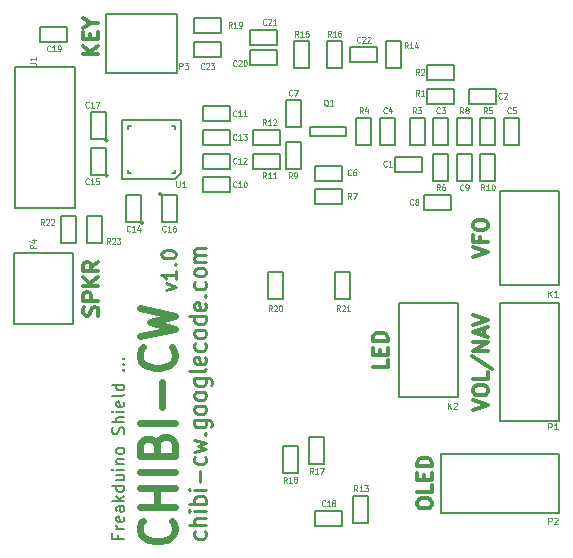
<source format=gto>
G04 (created by PCBNEW (2013-07-07 BZR 4022)-stable) date Tue 29 Oct 2013 08:55:39 AM NZDT*
%MOIN*%
G04 Gerber Fmt 3.4, Leading zero omitted, Abs format*
%FSLAX34Y34*%
G01*
G70*
G90*
G04 APERTURE LIST*
%ADD10C,0.00590551*%
%ADD11C,0.011811*%
%ADD12C,0.00984252*%
%ADD13C,0.023622*%
%ADD14C,0.005*%
%ADD15C,0.0059*%
%ADD16C,0.0079*%
%ADD17C,0.004*%
%ADD18C,0.0045*%
G04 APERTURE END LIST*
G54D10*
G54D11*
X13170Y-21680D02*
X13194Y-21608D01*
X13194Y-21489D01*
X13170Y-21442D01*
X13146Y-21418D01*
X13099Y-21394D01*
X13051Y-21394D01*
X13004Y-21418D01*
X12980Y-21442D01*
X12956Y-21489D01*
X12932Y-21585D01*
X12908Y-21632D01*
X12884Y-21656D01*
X12837Y-21680D01*
X12789Y-21680D01*
X12742Y-21656D01*
X12718Y-21632D01*
X12694Y-21585D01*
X12694Y-21465D01*
X12718Y-21394D01*
X13194Y-21180D02*
X12694Y-21180D01*
X12694Y-20989D01*
X12718Y-20942D01*
X12742Y-20918D01*
X12789Y-20894D01*
X12861Y-20894D01*
X12908Y-20918D01*
X12932Y-20942D01*
X12956Y-20989D01*
X12956Y-21180D01*
X13194Y-20680D02*
X12694Y-20680D01*
X13194Y-20394D02*
X12908Y-20608D01*
X12694Y-20394D02*
X12980Y-20680D01*
X13194Y-19894D02*
X12956Y-20061D01*
X13194Y-20180D02*
X12694Y-20180D01*
X12694Y-19989D01*
X12718Y-19942D01*
X12742Y-19918D01*
X12789Y-19894D01*
X12861Y-19894D01*
X12908Y-19918D01*
X12932Y-19942D01*
X12956Y-19989D01*
X12956Y-20180D01*
X13194Y-12973D02*
X12694Y-12973D01*
X13194Y-12687D02*
X12908Y-12901D01*
X12694Y-12687D02*
X12980Y-12973D01*
X12932Y-12473D02*
X12932Y-12306D01*
X13194Y-12234D02*
X13194Y-12473D01*
X12694Y-12473D01*
X12694Y-12234D01*
X12956Y-11925D02*
X13194Y-11925D01*
X12694Y-12092D02*
X12956Y-11925D01*
X12694Y-11758D01*
X23816Y-27989D02*
X23816Y-27894D01*
X23840Y-27847D01*
X23887Y-27799D01*
X23983Y-27775D01*
X24149Y-27775D01*
X24245Y-27799D01*
X24292Y-27847D01*
X24316Y-27894D01*
X24316Y-27989D01*
X24292Y-28037D01*
X24245Y-28085D01*
X24149Y-28109D01*
X23983Y-28109D01*
X23887Y-28085D01*
X23840Y-28037D01*
X23816Y-27989D01*
X24316Y-27323D02*
X24316Y-27561D01*
X23816Y-27561D01*
X24054Y-27156D02*
X24054Y-26989D01*
X24316Y-26918D02*
X24316Y-27156D01*
X23816Y-27156D01*
X23816Y-26918D01*
X24316Y-26704D02*
X23816Y-26704D01*
X23816Y-26585D01*
X23840Y-26513D01*
X23887Y-26466D01*
X23935Y-26442D01*
X24030Y-26418D01*
X24102Y-26418D01*
X24197Y-26442D01*
X24245Y-26466D01*
X24292Y-26513D01*
X24316Y-26585D01*
X24316Y-26704D01*
X22840Y-23156D02*
X22840Y-23394D01*
X22340Y-23394D01*
X22578Y-22989D02*
X22578Y-22822D01*
X22840Y-22751D02*
X22840Y-22989D01*
X22340Y-22989D01*
X22340Y-22751D01*
X22840Y-22537D02*
X22340Y-22537D01*
X22340Y-22417D01*
X22363Y-22346D01*
X22411Y-22298D01*
X22459Y-22275D01*
X22554Y-22251D01*
X22625Y-22251D01*
X22721Y-22275D01*
X22768Y-22298D01*
X22816Y-22346D01*
X22840Y-22417D01*
X22840Y-22537D01*
G54D10*
X13850Y-28987D02*
X13850Y-29118D01*
X14056Y-29118D02*
X13663Y-29118D01*
X13663Y-28931D01*
X14056Y-28781D02*
X13794Y-28781D01*
X13869Y-28781D02*
X13832Y-28762D01*
X13813Y-28743D01*
X13794Y-28706D01*
X13794Y-28668D01*
X14038Y-28387D02*
X14056Y-28425D01*
X14056Y-28500D01*
X14038Y-28537D01*
X14000Y-28556D01*
X13850Y-28556D01*
X13813Y-28537D01*
X13794Y-28500D01*
X13794Y-28425D01*
X13813Y-28387D01*
X13850Y-28368D01*
X13888Y-28368D01*
X13925Y-28556D01*
X14056Y-28031D02*
X13850Y-28031D01*
X13813Y-28050D01*
X13794Y-28087D01*
X13794Y-28162D01*
X13813Y-28200D01*
X14038Y-28031D02*
X14056Y-28068D01*
X14056Y-28162D01*
X14038Y-28200D01*
X14000Y-28218D01*
X13963Y-28218D01*
X13925Y-28200D01*
X13907Y-28162D01*
X13907Y-28068D01*
X13888Y-28031D01*
X14056Y-27844D02*
X13663Y-27844D01*
X13907Y-27806D02*
X14056Y-27694D01*
X13794Y-27694D02*
X13944Y-27844D01*
X14056Y-27356D02*
X13663Y-27356D01*
X14038Y-27356D02*
X14056Y-27394D01*
X14056Y-27469D01*
X14038Y-27506D01*
X14019Y-27525D01*
X13982Y-27544D01*
X13869Y-27544D01*
X13832Y-27525D01*
X13813Y-27506D01*
X13794Y-27469D01*
X13794Y-27394D01*
X13813Y-27356D01*
X13794Y-27000D02*
X14056Y-27000D01*
X13794Y-27169D02*
X14000Y-27169D01*
X14038Y-27150D01*
X14056Y-27112D01*
X14056Y-27056D01*
X14038Y-27019D01*
X14019Y-27000D01*
X14056Y-26812D02*
X13794Y-26812D01*
X13663Y-26812D02*
X13682Y-26831D01*
X13700Y-26812D01*
X13682Y-26794D01*
X13663Y-26812D01*
X13700Y-26812D01*
X13794Y-26625D02*
X14056Y-26625D01*
X13832Y-26625D02*
X13813Y-26606D01*
X13794Y-26569D01*
X13794Y-26512D01*
X13813Y-26475D01*
X13850Y-26456D01*
X14056Y-26456D01*
X14056Y-26212D02*
X14038Y-26250D01*
X14019Y-26269D01*
X13982Y-26287D01*
X13869Y-26287D01*
X13832Y-26269D01*
X13813Y-26250D01*
X13794Y-26212D01*
X13794Y-26156D01*
X13813Y-26119D01*
X13832Y-26100D01*
X13869Y-26081D01*
X13982Y-26081D01*
X14019Y-26100D01*
X14038Y-26119D01*
X14056Y-26156D01*
X14056Y-26212D01*
X14038Y-25631D02*
X14056Y-25575D01*
X14056Y-25481D01*
X14038Y-25444D01*
X14019Y-25425D01*
X13982Y-25406D01*
X13944Y-25406D01*
X13907Y-25425D01*
X13888Y-25444D01*
X13869Y-25481D01*
X13850Y-25556D01*
X13832Y-25594D01*
X13813Y-25613D01*
X13775Y-25631D01*
X13738Y-25631D01*
X13700Y-25613D01*
X13682Y-25594D01*
X13663Y-25556D01*
X13663Y-25463D01*
X13682Y-25406D01*
X14056Y-25238D02*
X13663Y-25238D01*
X14056Y-25069D02*
X13850Y-25069D01*
X13813Y-25088D01*
X13794Y-25125D01*
X13794Y-25181D01*
X13813Y-25219D01*
X13832Y-25238D01*
X14056Y-24881D02*
X13794Y-24881D01*
X13663Y-24881D02*
X13682Y-24900D01*
X13700Y-24881D01*
X13682Y-24863D01*
X13663Y-24881D01*
X13700Y-24881D01*
X14038Y-24544D02*
X14056Y-24581D01*
X14056Y-24656D01*
X14038Y-24694D01*
X14000Y-24713D01*
X13850Y-24713D01*
X13813Y-24694D01*
X13794Y-24656D01*
X13794Y-24581D01*
X13813Y-24544D01*
X13850Y-24525D01*
X13888Y-24525D01*
X13925Y-24713D01*
X14056Y-24300D02*
X14038Y-24338D01*
X14000Y-24356D01*
X13663Y-24356D01*
X14056Y-23982D02*
X13663Y-23982D01*
X14038Y-23982D02*
X14056Y-24019D01*
X14056Y-24094D01*
X14038Y-24131D01*
X14019Y-24150D01*
X13982Y-24169D01*
X13869Y-24169D01*
X13832Y-24150D01*
X13813Y-24131D01*
X13794Y-24094D01*
X13794Y-24019D01*
X13813Y-23982D01*
X14019Y-23494D02*
X14038Y-23475D01*
X14056Y-23494D01*
X14038Y-23513D01*
X14019Y-23494D01*
X14056Y-23494D01*
X14019Y-23307D02*
X14038Y-23288D01*
X14056Y-23307D01*
X14038Y-23325D01*
X14019Y-23307D01*
X14056Y-23307D01*
X14019Y-23119D02*
X14038Y-23100D01*
X14056Y-23119D01*
X14038Y-23138D01*
X14019Y-23119D01*
X14056Y-23119D01*
G54D12*
X15461Y-20832D02*
X15789Y-20719D01*
X15461Y-20607D01*
X15789Y-20179D02*
X15789Y-20449D01*
X15789Y-20314D02*
X15297Y-20314D01*
X15367Y-20359D01*
X15414Y-20404D01*
X15438Y-20449D01*
X15742Y-19977D02*
X15766Y-19955D01*
X15789Y-19977D01*
X15766Y-20000D01*
X15742Y-19977D01*
X15789Y-19977D01*
X15297Y-19662D02*
X15297Y-19617D01*
X15321Y-19572D01*
X15344Y-19550D01*
X15391Y-19527D01*
X15485Y-19505D01*
X15602Y-19505D01*
X15696Y-19527D01*
X15742Y-19550D01*
X15766Y-19572D01*
X15789Y-19617D01*
X15789Y-19662D01*
X15766Y-19707D01*
X15742Y-19730D01*
X15696Y-19752D01*
X15602Y-19775D01*
X15485Y-19775D01*
X15391Y-19752D01*
X15344Y-19730D01*
X15321Y-19707D01*
X15297Y-19662D01*
X16766Y-28871D02*
X16794Y-28920D01*
X16794Y-29017D01*
X16766Y-29066D01*
X16737Y-29090D01*
X16681Y-29115D01*
X16512Y-29115D01*
X16456Y-29090D01*
X16428Y-29066D01*
X16400Y-29017D01*
X16400Y-28920D01*
X16428Y-28871D01*
X16794Y-28652D02*
X16203Y-28652D01*
X16794Y-28432D02*
X16484Y-28432D01*
X16428Y-28457D01*
X16400Y-28505D01*
X16400Y-28578D01*
X16428Y-28627D01*
X16456Y-28652D01*
X16794Y-28188D02*
X16400Y-28188D01*
X16203Y-28188D02*
X16231Y-28213D01*
X16259Y-28188D01*
X16231Y-28164D01*
X16203Y-28188D01*
X16259Y-28188D01*
X16794Y-27945D02*
X16203Y-27945D01*
X16428Y-27945D02*
X16400Y-27896D01*
X16400Y-27799D01*
X16428Y-27750D01*
X16456Y-27725D01*
X16512Y-27701D01*
X16681Y-27701D01*
X16737Y-27725D01*
X16766Y-27750D01*
X16794Y-27799D01*
X16794Y-27896D01*
X16766Y-27945D01*
X16794Y-27482D02*
X16400Y-27482D01*
X16203Y-27482D02*
X16231Y-27506D01*
X16259Y-27482D01*
X16231Y-27457D01*
X16203Y-27482D01*
X16259Y-27482D01*
X16569Y-27238D02*
X16569Y-26848D01*
X16766Y-26385D02*
X16794Y-26434D01*
X16794Y-26531D01*
X16766Y-26580D01*
X16737Y-26604D01*
X16681Y-26629D01*
X16512Y-26629D01*
X16456Y-26604D01*
X16428Y-26580D01*
X16400Y-26531D01*
X16400Y-26434D01*
X16428Y-26385D01*
X16400Y-26214D02*
X16794Y-26117D01*
X16512Y-26019D01*
X16794Y-25922D01*
X16400Y-25824D01*
X16737Y-25629D02*
X16766Y-25605D01*
X16794Y-25629D01*
X16766Y-25654D01*
X16737Y-25629D01*
X16794Y-25629D01*
X16400Y-25166D02*
X16878Y-25166D01*
X16934Y-25191D01*
X16962Y-25215D01*
X16991Y-25264D01*
X16991Y-25337D01*
X16962Y-25386D01*
X16766Y-25166D02*
X16794Y-25215D01*
X16794Y-25313D01*
X16766Y-25361D01*
X16737Y-25386D01*
X16681Y-25410D01*
X16512Y-25410D01*
X16456Y-25386D01*
X16428Y-25361D01*
X16400Y-25313D01*
X16400Y-25215D01*
X16428Y-25166D01*
X16794Y-24850D02*
X16766Y-24898D01*
X16737Y-24923D01*
X16681Y-24947D01*
X16512Y-24947D01*
X16456Y-24923D01*
X16428Y-24898D01*
X16400Y-24850D01*
X16400Y-24776D01*
X16428Y-24728D01*
X16456Y-24703D01*
X16512Y-24679D01*
X16681Y-24679D01*
X16737Y-24703D01*
X16766Y-24728D01*
X16794Y-24776D01*
X16794Y-24850D01*
X16794Y-24386D02*
X16766Y-24435D01*
X16737Y-24460D01*
X16681Y-24484D01*
X16512Y-24484D01*
X16456Y-24460D01*
X16428Y-24435D01*
X16400Y-24386D01*
X16400Y-24313D01*
X16428Y-24265D01*
X16456Y-24240D01*
X16512Y-24216D01*
X16681Y-24216D01*
X16737Y-24240D01*
X16766Y-24265D01*
X16794Y-24313D01*
X16794Y-24386D01*
X16400Y-23777D02*
X16878Y-23777D01*
X16934Y-23802D01*
X16962Y-23826D01*
X16991Y-23875D01*
X16991Y-23948D01*
X16962Y-23997D01*
X16766Y-23777D02*
X16794Y-23826D01*
X16794Y-23923D01*
X16766Y-23972D01*
X16737Y-23997D01*
X16681Y-24021D01*
X16512Y-24021D01*
X16456Y-23997D01*
X16428Y-23972D01*
X16400Y-23923D01*
X16400Y-23826D01*
X16428Y-23777D01*
X16794Y-23460D02*
X16766Y-23509D01*
X16709Y-23533D01*
X16203Y-23533D01*
X16766Y-23070D02*
X16794Y-23119D01*
X16794Y-23217D01*
X16766Y-23265D01*
X16709Y-23290D01*
X16484Y-23290D01*
X16428Y-23265D01*
X16400Y-23217D01*
X16400Y-23119D01*
X16428Y-23070D01*
X16484Y-23046D01*
X16541Y-23046D01*
X16597Y-23290D01*
X16766Y-22607D02*
X16794Y-22656D01*
X16794Y-22754D01*
X16766Y-22802D01*
X16737Y-22827D01*
X16681Y-22851D01*
X16512Y-22851D01*
X16456Y-22827D01*
X16428Y-22802D01*
X16400Y-22754D01*
X16400Y-22656D01*
X16428Y-22607D01*
X16794Y-22315D02*
X16766Y-22364D01*
X16737Y-22388D01*
X16681Y-22412D01*
X16512Y-22412D01*
X16456Y-22388D01*
X16428Y-22364D01*
X16400Y-22315D01*
X16400Y-22242D01*
X16428Y-22193D01*
X16456Y-22169D01*
X16512Y-22144D01*
X16681Y-22144D01*
X16737Y-22169D01*
X16766Y-22193D01*
X16794Y-22242D01*
X16794Y-22315D01*
X16794Y-21706D02*
X16203Y-21706D01*
X16766Y-21706D02*
X16794Y-21754D01*
X16794Y-21852D01*
X16766Y-21901D01*
X16737Y-21925D01*
X16681Y-21949D01*
X16512Y-21949D01*
X16456Y-21925D01*
X16428Y-21901D01*
X16400Y-21852D01*
X16400Y-21754D01*
X16428Y-21706D01*
X16766Y-21267D02*
X16794Y-21316D01*
X16794Y-21413D01*
X16766Y-21462D01*
X16709Y-21486D01*
X16484Y-21486D01*
X16428Y-21462D01*
X16400Y-21413D01*
X16400Y-21316D01*
X16428Y-21267D01*
X16484Y-21242D01*
X16541Y-21242D01*
X16597Y-21486D01*
X16737Y-21023D02*
X16766Y-20999D01*
X16794Y-21023D01*
X16766Y-21047D01*
X16737Y-21023D01*
X16794Y-21023D01*
X16766Y-20560D02*
X16794Y-20609D01*
X16794Y-20706D01*
X16766Y-20755D01*
X16737Y-20779D01*
X16681Y-20804D01*
X16512Y-20804D01*
X16456Y-20779D01*
X16428Y-20755D01*
X16400Y-20706D01*
X16400Y-20609D01*
X16428Y-20560D01*
X16794Y-20268D02*
X16766Y-20316D01*
X16737Y-20341D01*
X16681Y-20365D01*
X16512Y-20365D01*
X16456Y-20341D01*
X16428Y-20316D01*
X16400Y-20268D01*
X16400Y-20194D01*
X16428Y-20146D01*
X16456Y-20121D01*
X16512Y-20097D01*
X16681Y-20097D01*
X16737Y-20121D01*
X16766Y-20146D01*
X16794Y-20194D01*
X16794Y-20268D01*
X16794Y-19878D02*
X16400Y-19878D01*
X16456Y-19878D02*
X16428Y-19853D01*
X16400Y-19805D01*
X16400Y-19731D01*
X16428Y-19683D01*
X16484Y-19658D01*
X16794Y-19658D01*
X16484Y-19658D02*
X16428Y-19634D01*
X16400Y-19585D01*
X16400Y-19512D01*
X16428Y-19463D01*
X16484Y-19439D01*
X16794Y-19439D01*
G54D13*
X15641Y-28517D02*
X15697Y-28569D01*
X15753Y-28727D01*
X15753Y-28832D01*
X15697Y-28989D01*
X15584Y-29094D01*
X15472Y-29146D01*
X15247Y-29199D01*
X15078Y-29199D01*
X14853Y-29146D01*
X14741Y-29094D01*
X14628Y-28989D01*
X14572Y-28832D01*
X14572Y-28727D01*
X14628Y-28569D01*
X14685Y-28517D01*
X15753Y-28044D02*
X14572Y-28044D01*
X15134Y-28044D02*
X15134Y-27414D01*
X15753Y-27414D02*
X14572Y-27414D01*
X15753Y-26889D02*
X14572Y-26889D01*
X15134Y-25997D02*
X15191Y-25839D01*
X15247Y-25787D01*
X15359Y-25734D01*
X15528Y-25734D01*
X15641Y-25787D01*
X15697Y-25839D01*
X15753Y-25944D01*
X15753Y-26364D01*
X14572Y-26364D01*
X14572Y-25997D01*
X14628Y-25892D01*
X14685Y-25839D01*
X14797Y-25787D01*
X14910Y-25787D01*
X15022Y-25839D01*
X15078Y-25892D01*
X15134Y-25997D01*
X15134Y-26364D01*
X15753Y-25262D02*
X14572Y-25262D01*
X15303Y-24737D02*
X15303Y-23897D01*
X15641Y-22742D02*
X15697Y-22795D01*
X15753Y-22952D01*
X15753Y-23057D01*
X15697Y-23215D01*
X15584Y-23320D01*
X15472Y-23372D01*
X15247Y-23425D01*
X15078Y-23425D01*
X14853Y-23372D01*
X14741Y-23320D01*
X14628Y-23215D01*
X14572Y-23057D01*
X14572Y-22952D01*
X14628Y-22795D01*
X14685Y-22742D01*
X14572Y-22375D02*
X15753Y-22112D01*
X14910Y-21902D01*
X15753Y-21692D01*
X14572Y-21430D01*
G54D11*
X25686Y-19737D02*
X26186Y-19570D01*
X25686Y-19404D01*
X25924Y-19070D02*
X25924Y-19237D01*
X26186Y-19237D02*
X25686Y-19237D01*
X25686Y-18999D01*
X25686Y-18713D02*
X25686Y-18618D01*
X25710Y-18570D01*
X25758Y-18523D01*
X25853Y-18499D01*
X26019Y-18499D01*
X26115Y-18523D01*
X26162Y-18570D01*
X26186Y-18618D01*
X26186Y-18713D01*
X26162Y-18761D01*
X26115Y-18808D01*
X26019Y-18832D01*
X25853Y-18832D01*
X25758Y-18808D01*
X25710Y-18761D01*
X25686Y-18713D01*
X25686Y-24811D02*
X26186Y-24645D01*
X25686Y-24478D01*
X25686Y-24216D02*
X25686Y-24121D01*
X25710Y-24073D01*
X25758Y-24025D01*
X25853Y-24002D01*
X26019Y-24002D01*
X26115Y-24025D01*
X26162Y-24073D01*
X26186Y-24121D01*
X26186Y-24216D01*
X26162Y-24264D01*
X26115Y-24311D01*
X26019Y-24335D01*
X25853Y-24335D01*
X25758Y-24311D01*
X25710Y-24264D01*
X25686Y-24216D01*
X26186Y-23549D02*
X26186Y-23787D01*
X25686Y-23787D01*
X25662Y-23025D02*
X26305Y-23454D01*
X26186Y-22859D02*
X25686Y-22859D01*
X26186Y-22573D01*
X25686Y-22573D01*
X26043Y-22359D02*
X26043Y-22121D01*
X26186Y-22406D02*
X25686Y-22240D01*
X26186Y-22073D01*
X25686Y-21978D02*
X26186Y-21811D01*
X25686Y-21645D01*
G54D14*
X12365Y-19606D02*
X12365Y-21968D01*
X10397Y-19606D02*
X10397Y-21968D01*
X12365Y-21968D02*
X10397Y-21968D01*
X10397Y-19606D02*
X12365Y-19606D01*
X26573Y-25180D02*
X28541Y-25180D01*
X28544Y-21262D02*
X28544Y-25182D01*
X26574Y-25182D02*
X26574Y-21262D01*
X26575Y-21260D02*
X28543Y-21260D01*
X12401Y-13386D02*
X12401Y-18110D01*
X12401Y-18110D02*
X10433Y-18110D01*
X10433Y-18110D02*
X10433Y-13386D01*
X10433Y-13386D02*
X12401Y-13386D01*
X20266Y-15401D02*
X21466Y-15401D01*
X21466Y-15401D02*
X21466Y-15701D01*
X21466Y-15701D02*
X20266Y-15701D01*
X20266Y-15701D02*
X20266Y-15401D01*
X21316Y-17966D02*
X20416Y-17966D01*
X20416Y-17966D02*
X20416Y-17466D01*
X20416Y-17466D02*
X21316Y-17466D01*
X21316Y-17466D02*
X21316Y-17966D01*
X24057Y-17663D02*
X24957Y-17663D01*
X24957Y-17663D02*
X24957Y-18163D01*
X24957Y-18163D02*
X24057Y-18163D01*
X24057Y-18163D02*
X24057Y-17663D01*
X19249Y-15998D02*
X18349Y-15998D01*
X18349Y-15998D02*
X18349Y-15498D01*
X18349Y-15498D02*
X19249Y-15498D01*
X19249Y-15498D02*
X19249Y-15998D01*
X19249Y-16785D02*
X18349Y-16785D01*
X18349Y-16785D02*
X18349Y-16285D01*
X18349Y-16285D02*
X19249Y-16285D01*
X19249Y-16285D02*
X19249Y-16785D01*
X17575Y-15998D02*
X16675Y-15998D01*
X16675Y-15998D02*
X16675Y-15498D01*
X16675Y-15498D02*
X17575Y-15498D01*
X17575Y-15498D02*
X17575Y-15998D01*
X17575Y-15210D02*
X16675Y-15210D01*
X16675Y-15210D02*
X16675Y-14710D01*
X16675Y-14710D02*
X17575Y-14710D01*
X17575Y-14710D02*
X17575Y-15210D01*
X17575Y-16785D02*
X16675Y-16785D01*
X16675Y-16785D02*
X16675Y-16285D01*
X16675Y-16285D02*
X17575Y-16285D01*
X17575Y-16285D02*
X17575Y-16785D01*
X24068Y-15101D02*
X24068Y-16001D01*
X24068Y-16001D02*
X23568Y-16001D01*
X23568Y-16001D02*
X23568Y-15101D01*
X23568Y-15101D02*
X24068Y-15101D01*
X24856Y-15101D02*
X24856Y-16001D01*
X24856Y-16001D02*
X24356Y-16001D01*
X24356Y-16001D02*
X24356Y-15101D01*
X24356Y-15101D02*
X24856Y-15101D01*
X17575Y-17572D02*
X16675Y-17572D01*
X16675Y-17572D02*
X16675Y-17072D01*
X16675Y-17072D02*
X17575Y-17072D01*
X17575Y-17072D02*
X17575Y-17572D01*
X24856Y-16282D02*
X24856Y-17182D01*
X24856Y-17182D02*
X24356Y-17182D01*
X24356Y-17182D02*
X24356Y-16282D01*
X24356Y-16282D02*
X24856Y-16282D01*
X24156Y-13332D02*
X25056Y-13332D01*
X25056Y-13332D02*
X25056Y-13832D01*
X25056Y-13832D02*
X24156Y-13832D01*
X24156Y-13832D02*
X24156Y-13332D01*
X19435Y-15410D02*
X19435Y-14510D01*
X19435Y-14510D02*
X19935Y-14510D01*
X19935Y-14510D02*
X19935Y-15410D01*
X19935Y-15410D02*
X19435Y-15410D01*
X19935Y-15888D02*
X19935Y-16788D01*
X19935Y-16788D02*
X19435Y-16788D01*
X19435Y-16788D02*
X19435Y-15888D01*
X19435Y-15888D02*
X19935Y-15888D01*
X21316Y-17179D02*
X20416Y-17179D01*
X20416Y-17179D02*
X20416Y-16679D01*
X20416Y-16679D02*
X21316Y-16679D01*
X21316Y-16679D02*
X21316Y-17179D01*
X23084Y-15101D02*
X23084Y-16001D01*
X23084Y-16001D02*
X22584Y-16001D01*
X22584Y-16001D02*
X22584Y-15101D01*
X22584Y-15101D02*
X23084Y-15101D01*
X22297Y-15101D02*
X22297Y-16001D01*
X22297Y-16001D02*
X21797Y-16001D01*
X21797Y-16001D02*
X21797Y-15101D01*
X21797Y-15101D02*
X22297Y-15101D01*
X25931Y-17182D02*
X25931Y-16282D01*
X25931Y-16282D02*
X26431Y-16282D01*
X26431Y-16282D02*
X26431Y-17182D01*
X26431Y-17182D02*
X25931Y-17182D01*
X23973Y-16883D02*
X23073Y-16883D01*
X23073Y-16883D02*
X23073Y-16383D01*
X23073Y-16383D02*
X23973Y-16383D01*
X23973Y-16383D02*
X23973Y-16883D01*
X25143Y-17182D02*
X25143Y-16282D01*
X25143Y-16282D02*
X25643Y-16282D01*
X25643Y-16282D02*
X25643Y-17182D01*
X25643Y-17182D02*
X25143Y-17182D01*
X25643Y-15101D02*
X25643Y-16001D01*
X25643Y-16001D02*
X25143Y-16001D01*
X25143Y-16001D02*
X25143Y-15101D01*
X25143Y-15101D02*
X25643Y-15101D01*
X26431Y-15101D02*
X26431Y-16001D01*
X26431Y-16001D02*
X25931Y-16001D01*
X25931Y-16001D02*
X25931Y-15101D01*
X25931Y-15101D02*
X26431Y-15101D01*
X25534Y-14120D02*
X26434Y-14120D01*
X26434Y-14120D02*
X26434Y-14620D01*
X26434Y-14620D02*
X25534Y-14620D01*
X25534Y-14620D02*
X25534Y-14120D01*
X27218Y-15101D02*
X27218Y-16001D01*
X27218Y-16001D02*
X26718Y-16001D01*
X26718Y-16001D02*
X26718Y-15101D01*
X26718Y-15101D02*
X27218Y-15101D01*
X24156Y-14120D02*
X25056Y-14120D01*
X25056Y-14120D02*
X25056Y-14620D01*
X25056Y-14620D02*
X24156Y-14620D01*
X24156Y-14620D02*
X24156Y-14120D01*
X15314Y-17627D02*
G75*
G03X15314Y-17627I-49J0D01*
G74*
G01*
X15801Y-17660D02*
X15801Y-18560D01*
X15801Y-18560D02*
X15301Y-18560D01*
X15301Y-18560D02*
X15301Y-17660D01*
X15301Y-17660D02*
X15801Y-17660D01*
X14704Y-18592D02*
G75*
G03X14704Y-18592I-49J0D01*
G74*
G01*
X14120Y-18560D02*
X14120Y-17660D01*
X14120Y-17660D02*
X14620Y-17660D01*
X14620Y-17660D02*
X14620Y-18560D01*
X14620Y-18560D02*
X14120Y-18560D01*
X13523Y-17017D02*
G75*
G03X13523Y-17017I-49J0D01*
G74*
G01*
X12938Y-16985D02*
X12938Y-16085D01*
X12938Y-16085D02*
X13438Y-16085D01*
X13438Y-16085D02*
X13438Y-16985D01*
X13438Y-16985D02*
X12938Y-16985D01*
X13523Y-15836D02*
G75*
G03X13523Y-15836I-49J0D01*
G74*
G01*
X12938Y-15804D02*
X12938Y-14904D01*
X12938Y-14904D02*
X13438Y-14904D01*
X13438Y-14904D02*
X13438Y-15804D01*
X13438Y-15804D02*
X12938Y-15804D01*
X20416Y-28194D02*
X21316Y-28194D01*
X21316Y-28194D02*
X21316Y-28694D01*
X21316Y-28694D02*
X20416Y-28694D01*
X20416Y-28694D02*
X20416Y-28194D01*
X21698Y-28599D02*
X21698Y-27699D01*
X21698Y-27699D02*
X22198Y-27699D01*
X22198Y-27699D02*
X22198Y-28599D01*
X22198Y-28599D02*
X21698Y-28599D01*
X12162Y-12553D02*
X11262Y-12553D01*
X11262Y-12553D02*
X11262Y-12053D01*
X11262Y-12053D02*
X12162Y-12053D01*
X12162Y-12053D02*
X12162Y-12553D01*
X20230Y-12542D02*
X20230Y-13442D01*
X20230Y-13442D02*
X19730Y-13442D01*
X19730Y-13442D02*
X19730Y-12542D01*
X19730Y-12542D02*
X20230Y-12542D01*
X23281Y-12542D02*
X23281Y-13442D01*
X23281Y-13442D02*
X22781Y-13442D01*
X22781Y-13442D02*
X22781Y-12542D01*
X22781Y-12542D02*
X23281Y-12542D01*
X21312Y-12542D02*
X21312Y-13442D01*
X21312Y-13442D02*
X20812Y-13442D01*
X20812Y-13442D02*
X20812Y-12542D01*
X20812Y-12542D02*
X21312Y-12542D01*
X21597Y-12742D02*
X22497Y-12742D01*
X22497Y-12742D02*
X22497Y-13242D01*
X22497Y-13242D02*
X21597Y-13242D01*
X21597Y-13242D02*
X21597Y-12742D01*
X18250Y-12151D02*
X19150Y-12151D01*
X19150Y-12151D02*
X19150Y-12651D01*
X19150Y-12651D02*
X18250Y-12651D01*
X18250Y-12651D02*
X18250Y-12151D01*
X18250Y-12840D02*
X19150Y-12840D01*
X19150Y-12840D02*
X19150Y-13340D01*
X19150Y-13340D02*
X18250Y-13340D01*
X18250Y-13340D02*
X18250Y-12840D01*
X19836Y-26026D02*
X19836Y-26926D01*
X19836Y-26926D02*
X19336Y-26926D01*
X19336Y-26926D02*
X19336Y-26026D01*
X19336Y-26026D02*
X19836Y-26026D01*
X20722Y-25731D02*
X20722Y-26631D01*
X20722Y-26631D02*
X20222Y-26631D01*
X20222Y-26631D02*
X20222Y-25731D01*
X20222Y-25731D02*
X20722Y-25731D01*
X19344Y-20219D02*
X19344Y-21119D01*
X19344Y-21119D02*
X18844Y-21119D01*
X18844Y-21119D02*
X18844Y-20219D01*
X18844Y-20219D02*
X19344Y-20219D01*
X21588Y-20219D02*
X21588Y-21119D01*
X21588Y-21119D02*
X21088Y-21119D01*
X21088Y-21119D02*
X21088Y-20219D01*
X21088Y-20219D02*
X21588Y-20219D01*
X17280Y-12257D02*
X16380Y-12257D01*
X16380Y-12257D02*
X16380Y-11757D01*
X16380Y-11757D02*
X17280Y-11757D01*
X17280Y-11757D02*
X17280Y-12257D01*
X16380Y-12545D02*
X17280Y-12545D01*
X17280Y-12545D02*
X17280Y-13045D01*
X17280Y-13045D02*
X16380Y-13045D01*
X16380Y-13045D02*
X16380Y-12545D01*
X24623Y-26277D02*
X24623Y-28245D01*
X28541Y-28248D02*
X24621Y-28248D01*
X24621Y-26278D02*
X28541Y-26278D01*
X28543Y-26279D02*
X28543Y-28247D01*
X15826Y-13585D02*
X13464Y-13585D01*
X15826Y-11617D02*
X13464Y-11617D01*
X13464Y-13585D02*
X13464Y-11617D01*
X15826Y-11617D02*
X15826Y-13585D01*
G54D15*
X15744Y-17121D02*
X13980Y-17121D01*
X15940Y-16925D02*
X15940Y-15161D01*
X15940Y-16925D02*
X15744Y-17121D01*
G54D16*
X15744Y-16827D02*
X15744Y-16925D01*
X15744Y-16925D02*
X15646Y-16925D01*
X15646Y-15357D02*
X15744Y-15357D01*
X15744Y-15357D02*
X15744Y-15455D01*
X14176Y-15455D02*
X14176Y-15357D01*
X14176Y-15357D02*
X14274Y-15357D01*
X14274Y-16925D02*
X14176Y-16925D01*
X14176Y-16925D02*
X14176Y-16827D01*
G54D15*
X13980Y-15161D02*
X15940Y-15161D01*
X13980Y-17121D02*
X13980Y-15161D01*
G54D14*
X12454Y-18368D02*
X12454Y-19268D01*
X12454Y-19268D02*
X11954Y-19268D01*
X11954Y-19268D02*
X11954Y-18368D01*
X11954Y-18368D02*
X12454Y-18368D01*
X13320Y-18368D02*
X13320Y-19268D01*
X13320Y-19268D02*
X12820Y-19268D01*
X12820Y-19268D02*
X12820Y-18368D01*
X12820Y-18368D02*
X13320Y-18368D01*
X26575Y-17519D02*
X26575Y-20669D01*
X28543Y-20669D02*
X28543Y-17519D01*
X26575Y-17519D02*
X28543Y-17519D01*
X28543Y-20668D02*
X26575Y-20668D01*
X23228Y-21259D02*
X23228Y-24409D01*
X25196Y-24409D02*
X25196Y-21259D01*
X23228Y-21259D02*
X25196Y-21259D01*
X25196Y-24408D02*
X23228Y-24408D01*
G54D17*
X11104Y-19438D02*
X10904Y-19438D01*
X10904Y-19362D01*
X10914Y-19343D01*
X10923Y-19334D01*
X10942Y-19324D01*
X10971Y-19324D01*
X10990Y-19334D01*
X10999Y-19343D01*
X11009Y-19362D01*
X11009Y-19438D01*
X10971Y-19153D02*
X11104Y-19153D01*
X10895Y-19200D02*
X11037Y-19248D01*
X11037Y-19124D01*
X28198Y-25474D02*
X28198Y-25274D01*
X28275Y-25274D01*
X28294Y-25284D01*
X28303Y-25293D01*
X28313Y-25312D01*
X28313Y-25341D01*
X28303Y-25360D01*
X28294Y-25369D01*
X28275Y-25379D01*
X28198Y-25379D01*
X28503Y-25474D02*
X28389Y-25474D01*
X28446Y-25474D02*
X28446Y-25274D01*
X28427Y-25303D01*
X28408Y-25322D01*
X28389Y-25331D01*
X10904Y-13248D02*
X11047Y-13248D01*
X11076Y-13257D01*
X11095Y-13274D01*
X11104Y-13300D01*
X11104Y-13317D01*
X11104Y-13068D02*
X11104Y-13171D01*
X11104Y-13120D02*
X10904Y-13120D01*
X10933Y-13137D01*
X10952Y-13154D01*
X10961Y-13171D01*
X20847Y-14701D02*
X20828Y-14691D01*
X20808Y-14672D01*
X20780Y-14644D01*
X20761Y-14634D01*
X20742Y-14634D01*
X20751Y-14682D02*
X20732Y-14672D01*
X20713Y-14653D01*
X20704Y-14615D01*
X20704Y-14548D01*
X20713Y-14510D01*
X20732Y-14491D01*
X20751Y-14482D01*
X20789Y-14482D01*
X20808Y-14491D01*
X20828Y-14510D01*
X20837Y-14548D01*
X20837Y-14615D01*
X20828Y-14653D01*
X20808Y-14672D01*
X20789Y-14682D01*
X20751Y-14682D01*
X21028Y-14682D02*
X20913Y-14682D01*
X20970Y-14682D02*
X20970Y-14482D01*
X20951Y-14510D01*
X20932Y-14529D01*
X20913Y-14539D01*
G54D18*
X21623Y-17797D02*
X21563Y-17702D01*
X21520Y-17797D02*
X21520Y-17597D01*
X21589Y-17597D01*
X21606Y-17607D01*
X21614Y-17616D01*
X21623Y-17635D01*
X21623Y-17664D01*
X21614Y-17683D01*
X21606Y-17692D01*
X21589Y-17702D01*
X21520Y-17702D01*
X21683Y-17597D02*
X21803Y-17597D01*
X21726Y-17797D01*
X23690Y-17975D02*
X23681Y-17984D01*
X23656Y-17994D01*
X23639Y-17994D01*
X23613Y-17984D01*
X23596Y-17965D01*
X23587Y-17946D01*
X23579Y-17908D01*
X23579Y-17880D01*
X23587Y-17841D01*
X23596Y-17822D01*
X23613Y-17803D01*
X23639Y-17794D01*
X23656Y-17794D01*
X23681Y-17803D01*
X23690Y-17813D01*
X23793Y-17880D02*
X23776Y-17870D01*
X23767Y-17861D01*
X23759Y-17841D01*
X23759Y-17832D01*
X23767Y-17813D01*
X23776Y-17803D01*
X23793Y-17794D01*
X23827Y-17794D01*
X23844Y-17803D01*
X23853Y-17813D01*
X23861Y-17832D01*
X23861Y-17841D01*
X23853Y-17861D01*
X23844Y-17870D01*
X23827Y-17880D01*
X23793Y-17880D01*
X23776Y-17889D01*
X23767Y-17899D01*
X23759Y-17918D01*
X23759Y-17956D01*
X23767Y-17975D01*
X23776Y-17984D01*
X23793Y-17994D01*
X23827Y-17994D01*
X23844Y-17984D01*
X23853Y-17975D01*
X23861Y-17956D01*
X23861Y-17918D01*
X23853Y-17899D01*
X23844Y-17889D01*
X23827Y-17880D01*
X18781Y-15336D02*
X18721Y-15241D01*
X18679Y-15336D02*
X18679Y-15136D01*
X18747Y-15136D01*
X18764Y-15146D01*
X18773Y-15155D01*
X18781Y-15174D01*
X18781Y-15203D01*
X18773Y-15222D01*
X18764Y-15232D01*
X18747Y-15241D01*
X18679Y-15241D01*
X18953Y-15336D02*
X18850Y-15336D01*
X18901Y-15336D02*
X18901Y-15136D01*
X18884Y-15165D01*
X18867Y-15184D01*
X18850Y-15194D01*
X19021Y-15155D02*
X19030Y-15146D01*
X19047Y-15136D01*
X19090Y-15136D01*
X19107Y-15146D01*
X19116Y-15155D01*
X19124Y-15174D01*
X19124Y-15194D01*
X19116Y-15222D01*
X19013Y-15336D01*
X19124Y-15336D01*
X18781Y-17108D02*
X18721Y-17013D01*
X18679Y-17108D02*
X18679Y-16908D01*
X18747Y-16908D01*
X18764Y-16918D01*
X18773Y-16927D01*
X18781Y-16946D01*
X18781Y-16975D01*
X18773Y-16994D01*
X18764Y-17003D01*
X18747Y-17013D01*
X18679Y-17013D01*
X18953Y-17108D02*
X18850Y-17108D01*
X18901Y-17108D02*
X18901Y-16908D01*
X18884Y-16937D01*
X18867Y-16956D01*
X18850Y-16965D01*
X19124Y-17108D02*
X19021Y-17108D01*
X19073Y-17108D02*
X19073Y-16908D01*
X19056Y-16937D01*
X19039Y-16956D01*
X19021Y-16965D01*
X17797Y-15809D02*
X17789Y-15819D01*
X17763Y-15828D01*
X17746Y-15828D01*
X17720Y-15819D01*
X17703Y-15800D01*
X17694Y-15781D01*
X17686Y-15743D01*
X17686Y-15714D01*
X17694Y-15676D01*
X17703Y-15657D01*
X17720Y-15638D01*
X17746Y-15628D01*
X17763Y-15628D01*
X17789Y-15638D01*
X17797Y-15648D01*
X17969Y-15828D02*
X17866Y-15828D01*
X17917Y-15828D02*
X17917Y-15628D01*
X17900Y-15657D01*
X17883Y-15676D01*
X17866Y-15686D01*
X18029Y-15628D02*
X18140Y-15628D01*
X18080Y-15705D01*
X18106Y-15705D01*
X18123Y-15714D01*
X18131Y-15724D01*
X18140Y-15743D01*
X18140Y-15790D01*
X18131Y-15809D01*
X18123Y-15819D01*
X18106Y-15828D01*
X18054Y-15828D01*
X18037Y-15819D01*
X18029Y-15809D01*
X17797Y-15022D02*
X17789Y-15032D01*
X17763Y-15041D01*
X17746Y-15041D01*
X17720Y-15032D01*
X17703Y-15013D01*
X17694Y-14993D01*
X17686Y-14955D01*
X17686Y-14927D01*
X17694Y-14889D01*
X17703Y-14870D01*
X17720Y-14851D01*
X17746Y-14841D01*
X17763Y-14841D01*
X17789Y-14851D01*
X17797Y-14860D01*
X17969Y-15041D02*
X17866Y-15041D01*
X17917Y-15041D02*
X17917Y-14841D01*
X17900Y-14870D01*
X17883Y-14889D01*
X17866Y-14898D01*
X18140Y-15041D02*
X18037Y-15041D01*
X18089Y-15041D02*
X18089Y-14841D01*
X18071Y-14870D01*
X18054Y-14889D01*
X18037Y-14898D01*
X17797Y-16597D02*
X17789Y-16606D01*
X17763Y-16616D01*
X17746Y-16616D01*
X17720Y-16606D01*
X17703Y-16587D01*
X17694Y-16568D01*
X17686Y-16530D01*
X17686Y-16502D01*
X17694Y-16464D01*
X17703Y-16444D01*
X17720Y-16425D01*
X17746Y-16416D01*
X17763Y-16416D01*
X17789Y-16425D01*
X17797Y-16435D01*
X17969Y-16616D02*
X17866Y-16616D01*
X17917Y-16616D02*
X17917Y-16416D01*
X17900Y-16444D01*
X17883Y-16464D01*
X17866Y-16473D01*
X18037Y-16435D02*
X18046Y-16425D01*
X18063Y-16416D01*
X18106Y-16416D01*
X18123Y-16425D01*
X18131Y-16435D01*
X18140Y-16454D01*
X18140Y-16473D01*
X18131Y-16502D01*
X18029Y-16616D01*
X18140Y-16616D01*
X23788Y-14943D02*
X23728Y-14847D01*
X23686Y-14943D02*
X23686Y-14743D01*
X23754Y-14743D01*
X23771Y-14752D01*
X23780Y-14762D01*
X23788Y-14781D01*
X23788Y-14809D01*
X23780Y-14828D01*
X23771Y-14838D01*
X23754Y-14847D01*
X23686Y-14847D01*
X23848Y-14743D02*
X23960Y-14743D01*
X23900Y-14819D01*
X23926Y-14819D01*
X23943Y-14828D01*
X23951Y-14838D01*
X23960Y-14857D01*
X23960Y-14905D01*
X23951Y-14924D01*
X23943Y-14933D01*
X23926Y-14943D01*
X23874Y-14943D01*
X23857Y-14933D01*
X23848Y-14924D01*
X24576Y-14924D02*
X24567Y-14933D01*
X24542Y-14943D01*
X24524Y-14943D01*
X24499Y-14933D01*
X24482Y-14914D01*
X24473Y-14895D01*
X24464Y-14857D01*
X24464Y-14828D01*
X24473Y-14790D01*
X24482Y-14771D01*
X24499Y-14752D01*
X24524Y-14743D01*
X24542Y-14743D01*
X24567Y-14752D01*
X24576Y-14762D01*
X24636Y-14743D02*
X24747Y-14743D01*
X24687Y-14819D01*
X24713Y-14819D01*
X24730Y-14828D01*
X24739Y-14838D01*
X24747Y-14857D01*
X24747Y-14905D01*
X24739Y-14924D01*
X24730Y-14933D01*
X24713Y-14943D01*
X24662Y-14943D01*
X24644Y-14933D01*
X24636Y-14924D01*
X17797Y-17384D02*
X17789Y-17394D01*
X17763Y-17403D01*
X17746Y-17403D01*
X17720Y-17394D01*
X17703Y-17375D01*
X17694Y-17356D01*
X17686Y-17318D01*
X17686Y-17289D01*
X17694Y-17251D01*
X17703Y-17232D01*
X17720Y-17213D01*
X17746Y-17203D01*
X17763Y-17203D01*
X17789Y-17213D01*
X17797Y-17222D01*
X17969Y-17403D02*
X17866Y-17403D01*
X17917Y-17403D02*
X17917Y-17203D01*
X17900Y-17232D01*
X17883Y-17251D01*
X17866Y-17260D01*
X18080Y-17203D02*
X18097Y-17203D01*
X18114Y-17213D01*
X18123Y-17222D01*
X18131Y-17241D01*
X18140Y-17279D01*
X18140Y-17327D01*
X18131Y-17365D01*
X18123Y-17384D01*
X18114Y-17394D01*
X18097Y-17403D01*
X18080Y-17403D01*
X18063Y-17394D01*
X18054Y-17384D01*
X18046Y-17365D01*
X18037Y-17327D01*
X18037Y-17279D01*
X18046Y-17241D01*
X18054Y-17222D01*
X18063Y-17213D01*
X18080Y-17203D01*
X24576Y-17502D02*
X24516Y-17406D01*
X24473Y-17502D02*
X24473Y-17302D01*
X24542Y-17302D01*
X24559Y-17311D01*
X24567Y-17321D01*
X24576Y-17340D01*
X24576Y-17368D01*
X24567Y-17387D01*
X24559Y-17397D01*
X24542Y-17406D01*
X24473Y-17406D01*
X24730Y-17302D02*
X24696Y-17302D01*
X24679Y-17311D01*
X24670Y-17321D01*
X24653Y-17349D01*
X24644Y-17387D01*
X24644Y-17464D01*
X24653Y-17483D01*
X24662Y-17492D01*
X24679Y-17502D01*
X24713Y-17502D01*
X24730Y-17492D01*
X24739Y-17483D01*
X24747Y-17464D01*
X24747Y-17416D01*
X24739Y-17397D01*
X24730Y-17387D01*
X24713Y-17378D01*
X24679Y-17378D01*
X24662Y-17387D01*
X24653Y-17397D01*
X24644Y-17416D01*
X23887Y-13663D02*
X23827Y-13568D01*
X23784Y-13663D02*
X23784Y-13463D01*
X23853Y-13463D01*
X23870Y-13473D01*
X23878Y-13482D01*
X23887Y-13501D01*
X23887Y-13530D01*
X23878Y-13549D01*
X23870Y-13558D01*
X23853Y-13568D01*
X23784Y-13568D01*
X23955Y-13482D02*
X23964Y-13473D01*
X23981Y-13463D01*
X24024Y-13463D01*
X24041Y-13473D01*
X24050Y-13482D01*
X24058Y-13501D01*
X24058Y-13520D01*
X24050Y-13549D01*
X23947Y-13663D01*
X24058Y-13663D01*
X19655Y-14333D02*
X19646Y-14343D01*
X19620Y-14352D01*
X19603Y-14352D01*
X19577Y-14343D01*
X19560Y-14324D01*
X19552Y-14304D01*
X19543Y-14266D01*
X19543Y-14238D01*
X19552Y-14200D01*
X19560Y-14181D01*
X19577Y-14162D01*
X19603Y-14152D01*
X19620Y-14152D01*
X19646Y-14162D01*
X19655Y-14171D01*
X19715Y-14152D02*
X19835Y-14152D01*
X19757Y-14352D01*
X19655Y-17108D02*
X19595Y-17013D01*
X19552Y-17108D02*
X19552Y-16908D01*
X19620Y-16908D01*
X19637Y-16918D01*
X19646Y-16927D01*
X19655Y-16946D01*
X19655Y-16975D01*
X19646Y-16994D01*
X19637Y-17003D01*
X19620Y-17013D01*
X19552Y-17013D01*
X19740Y-17108D02*
X19775Y-17108D01*
X19792Y-17098D01*
X19800Y-17089D01*
X19817Y-17060D01*
X19826Y-17022D01*
X19826Y-16946D01*
X19817Y-16927D01*
X19809Y-16918D01*
X19792Y-16908D01*
X19757Y-16908D01*
X19740Y-16918D01*
X19732Y-16927D01*
X19723Y-16946D01*
X19723Y-16994D01*
X19732Y-17013D01*
X19740Y-17022D01*
X19757Y-17032D01*
X19792Y-17032D01*
X19809Y-17022D01*
X19817Y-17013D01*
X19826Y-16994D01*
X21623Y-16991D02*
X21614Y-17000D01*
X21589Y-17010D01*
X21572Y-17010D01*
X21546Y-17000D01*
X21529Y-16981D01*
X21520Y-16962D01*
X21512Y-16924D01*
X21512Y-16895D01*
X21520Y-16857D01*
X21529Y-16838D01*
X21546Y-16819D01*
X21572Y-16810D01*
X21589Y-16810D01*
X21614Y-16819D01*
X21623Y-16829D01*
X21777Y-16810D02*
X21743Y-16810D01*
X21726Y-16819D01*
X21717Y-16829D01*
X21700Y-16857D01*
X21692Y-16895D01*
X21692Y-16971D01*
X21700Y-16991D01*
X21709Y-17000D01*
X21726Y-17010D01*
X21760Y-17010D01*
X21777Y-17000D01*
X21786Y-16991D01*
X21794Y-16971D01*
X21794Y-16924D01*
X21786Y-16905D01*
X21777Y-16895D01*
X21760Y-16886D01*
X21726Y-16886D01*
X21709Y-16895D01*
X21700Y-16905D01*
X21692Y-16924D01*
X22804Y-14924D02*
X22796Y-14933D01*
X22770Y-14943D01*
X22753Y-14943D01*
X22727Y-14933D01*
X22710Y-14914D01*
X22701Y-14895D01*
X22693Y-14857D01*
X22693Y-14828D01*
X22701Y-14790D01*
X22710Y-14771D01*
X22727Y-14752D01*
X22753Y-14743D01*
X22770Y-14743D01*
X22796Y-14752D01*
X22804Y-14762D01*
X22958Y-14809D02*
X22958Y-14943D01*
X22916Y-14733D02*
X22873Y-14876D01*
X22984Y-14876D01*
X22017Y-14943D02*
X21957Y-14847D01*
X21914Y-14943D02*
X21914Y-14743D01*
X21982Y-14743D01*
X22000Y-14752D01*
X22008Y-14762D01*
X22017Y-14781D01*
X22017Y-14809D01*
X22008Y-14828D01*
X22000Y-14838D01*
X21982Y-14847D01*
X21914Y-14847D01*
X22171Y-14809D02*
X22171Y-14943D01*
X22128Y-14733D02*
X22085Y-14876D01*
X22197Y-14876D01*
X26065Y-17502D02*
X26005Y-17406D01*
X25962Y-17502D02*
X25962Y-17302D01*
X26031Y-17302D01*
X26048Y-17311D01*
X26056Y-17321D01*
X26065Y-17340D01*
X26065Y-17368D01*
X26056Y-17387D01*
X26048Y-17397D01*
X26031Y-17406D01*
X25962Y-17406D01*
X26236Y-17502D02*
X26133Y-17502D01*
X26185Y-17502D02*
X26185Y-17302D01*
X26168Y-17330D01*
X26151Y-17349D01*
X26133Y-17359D01*
X26348Y-17302D02*
X26365Y-17302D01*
X26382Y-17311D01*
X26391Y-17321D01*
X26399Y-17340D01*
X26408Y-17378D01*
X26408Y-17426D01*
X26399Y-17464D01*
X26391Y-17483D01*
X26382Y-17492D01*
X26365Y-17502D01*
X26348Y-17502D01*
X26331Y-17492D01*
X26322Y-17483D01*
X26313Y-17464D01*
X26305Y-17426D01*
X26305Y-17378D01*
X26313Y-17340D01*
X26322Y-17321D01*
X26331Y-17311D01*
X26348Y-17302D01*
X22804Y-16695D02*
X22796Y-16705D01*
X22770Y-16714D01*
X22753Y-16714D01*
X22727Y-16705D01*
X22710Y-16686D01*
X22701Y-16667D01*
X22693Y-16629D01*
X22693Y-16600D01*
X22701Y-16562D01*
X22710Y-16543D01*
X22727Y-16524D01*
X22753Y-16514D01*
X22770Y-16514D01*
X22796Y-16524D01*
X22804Y-16533D01*
X22976Y-16714D02*
X22873Y-16714D01*
X22924Y-16714D02*
X22924Y-16514D01*
X22907Y-16543D01*
X22890Y-16562D01*
X22873Y-16571D01*
X25363Y-17483D02*
X25355Y-17492D01*
X25329Y-17502D01*
X25312Y-17502D01*
X25286Y-17492D01*
X25269Y-17473D01*
X25260Y-17454D01*
X25252Y-17416D01*
X25252Y-17387D01*
X25260Y-17349D01*
X25269Y-17330D01*
X25286Y-17311D01*
X25312Y-17302D01*
X25329Y-17302D01*
X25355Y-17311D01*
X25363Y-17321D01*
X25449Y-17502D02*
X25483Y-17502D01*
X25500Y-17492D01*
X25509Y-17483D01*
X25526Y-17454D01*
X25535Y-17416D01*
X25535Y-17340D01*
X25526Y-17321D01*
X25517Y-17311D01*
X25500Y-17302D01*
X25466Y-17302D01*
X25449Y-17311D01*
X25440Y-17321D01*
X25432Y-17340D01*
X25432Y-17387D01*
X25440Y-17406D01*
X25449Y-17416D01*
X25466Y-17426D01*
X25500Y-17426D01*
X25517Y-17416D01*
X25526Y-17406D01*
X25535Y-17387D01*
X25363Y-14943D02*
X25303Y-14847D01*
X25260Y-14943D02*
X25260Y-14743D01*
X25329Y-14743D01*
X25346Y-14752D01*
X25355Y-14762D01*
X25363Y-14781D01*
X25363Y-14809D01*
X25355Y-14828D01*
X25346Y-14838D01*
X25329Y-14847D01*
X25260Y-14847D01*
X25466Y-14828D02*
X25449Y-14819D01*
X25440Y-14809D01*
X25432Y-14790D01*
X25432Y-14781D01*
X25440Y-14762D01*
X25449Y-14752D01*
X25466Y-14743D01*
X25500Y-14743D01*
X25517Y-14752D01*
X25526Y-14762D01*
X25535Y-14781D01*
X25535Y-14790D01*
X25526Y-14809D01*
X25517Y-14819D01*
X25500Y-14828D01*
X25466Y-14828D01*
X25449Y-14838D01*
X25440Y-14847D01*
X25432Y-14866D01*
X25432Y-14905D01*
X25440Y-14924D01*
X25449Y-14933D01*
X25466Y-14943D01*
X25500Y-14943D01*
X25517Y-14933D01*
X25526Y-14924D01*
X25535Y-14905D01*
X25535Y-14866D01*
X25526Y-14847D01*
X25517Y-14838D01*
X25500Y-14828D01*
X26151Y-14943D02*
X26091Y-14847D01*
X26048Y-14943D02*
X26048Y-14743D01*
X26116Y-14743D01*
X26133Y-14752D01*
X26142Y-14762D01*
X26151Y-14781D01*
X26151Y-14809D01*
X26142Y-14828D01*
X26133Y-14838D01*
X26116Y-14847D01*
X26048Y-14847D01*
X26313Y-14743D02*
X26228Y-14743D01*
X26219Y-14838D01*
X26228Y-14828D01*
X26245Y-14819D01*
X26288Y-14819D01*
X26305Y-14828D01*
X26313Y-14838D01*
X26322Y-14857D01*
X26322Y-14905D01*
X26313Y-14924D01*
X26305Y-14933D01*
X26288Y-14943D01*
X26245Y-14943D01*
X26228Y-14933D01*
X26219Y-14924D01*
X26643Y-14431D02*
X26634Y-14441D01*
X26608Y-14451D01*
X26591Y-14451D01*
X26566Y-14441D01*
X26548Y-14422D01*
X26540Y-14403D01*
X26531Y-14365D01*
X26531Y-14336D01*
X26540Y-14298D01*
X26548Y-14279D01*
X26566Y-14260D01*
X26591Y-14251D01*
X26608Y-14251D01*
X26634Y-14260D01*
X26643Y-14270D01*
X26711Y-14270D02*
X26720Y-14260D01*
X26737Y-14251D01*
X26780Y-14251D01*
X26797Y-14260D01*
X26806Y-14270D01*
X26814Y-14289D01*
X26814Y-14308D01*
X26806Y-14336D01*
X26703Y-14451D01*
X26814Y-14451D01*
X26938Y-14924D02*
X26929Y-14933D01*
X26904Y-14943D01*
X26887Y-14943D01*
X26861Y-14933D01*
X26844Y-14914D01*
X26835Y-14895D01*
X26827Y-14857D01*
X26827Y-14828D01*
X26835Y-14790D01*
X26844Y-14771D01*
X26861Y-14752D01*
X26887Y-14743D01*
X26904Y-14743D01*
X26929Y-14752D01*
X26938Y-14762D01*
X27101Y-14743D02*
X27015Y-14743D01*
X27007Y-14838D01*
X27015Y-14828D01*
X27032Y-14819D01*
X27075Y-14819D01*
X27092Y-14828D01*
X27101Y-14838D01*
X27109Y-14857D01*
X27109Y-14905D01*
X27101Y-14924D01*
X27092Y-14933D01*
X27075Y-14943D01*
X27032Y-14943D01*
X27015Y-14933D01*
X27007Y-14924D01*
X23887Y-14352D02*
X23827Y-14257D01*
X23784Y-14352D02*
X23784Y-14152D01*
X23853Y-14152D01*
X23870Y-14162D01*
X23878Y-14171D01*
X23887Y-14190D01*
X23887Y-14219D01*
X23878Y-14238D01*
X23870Y-14247D01*
X23853Y-14257D01*
X23784Y-14257D01*
X24058Y-14352D02*
X23955Y-14352D01*
X24007Y-14352D02*
X24007Y-14152D01*
X23990Y-14181D01*
X23973Y-14200D01*
X23955Y-14209D01*
X15435Y-18861D02*
X15426Y-18870D01*
X15401Y-18880D01*
X15384Y-18880D01*
X15358Y-18870D01*
X15341Y-18851D01*
X15332Y-18832D01*
X15324Y-18794D01*
X15324Y-18765D01*
X15332Y-18727D01*
X15341Y-18708D01*
X15358Y-18689D01*
X15384Y-18680D01*
X15401Y-18680D01*
X15426Y-18689D01*
X15435Y-18699D01*
X15606Y-18880D02*
X15504Y-18880D01*
X15555Y-18880D02*
X15555Y-18680D01*
X15538Y-18708D01*
X15521Y-18727D01*
X15504Y-18737D01*
X15761Y-18680D02*
X15726Y-18680D01*
X15709Y-18689D01*
X15701Y-18699D01*
X15684Y-18727D01*
X15675Y-18765D01*
X15675Y-18842D01*
X15684Y-18861D01*
X15692Y-18870D01*
X15709Y-18880D01*
X15744Y-18880D01*
X15761Y-18870D01*
X15769Y-18861D01*
X15778Y-18842D01*
X15778Y-18794D01*
X15769Y-18775D01*
X15761Y-18765D01*
X15744Y-18756D01*
X15709Y-18756D01*
X15692Y-18765D01*
X15684Y-18775D01*
X15675Y-18794D01*
X14254Y-18861D02*
X14245Y-18870D01*
X14220Y-18880D01*
X14202Y-18880D01*
X14177Y-18870D01*
X14160Y-18851D01*
X14151Y-18832D01*
X14142Y-18794D01*
X14142Y-18765D01*
X14151Y-18727D01*
X14160Y-18708D01*
X14177Y-18689D01*
X14202Y-18680D01*
X14220Y-18680D01*
X14245Y-18689D01*
X14254Y-18699D01*
X14425Y-18880D02*
X14322Y-18880D01*
X14374Y-18880D02*
X14374Y-18680D01*
X14357Y-18708D01*
X14340Y-18727D01*
X14322Y-18737D01*
X14580Y-18746D02*
X14580Y-18880D01*
X14537Y-18670D02*
X14494Y-18813D01*
X14605Y-18813D01*
X12876Y-17286D02*
X12867Y-17295D01*
X12842Y-17305D01*
X12824Y-17305D01*
X12799Y-17295D01*
X12782Y-17276D01*
X12773Y-17257D01*
X12764Y-17219D01*
X12764Y-17191D01*
X12773Y-17152D01*
X12782Y-17133D01*
X12799Y-17114D01*
X12824Y-17105D01*
X12842Y-17105D01*
X12867Y-17114D01*
X12876Y-17124D01*
X13047Y-17305D02*
X12944Y-17305D01*
X12996Y-17305D02*
X12996Y-17105D01*
X12979Y-17133D01*
X12962Y-17152D01*
X12944Y-17162D01*
X13210Y-17105D02*
X13124Y-17105D01*
X13116Y-17200D01*
X13124Y-17191D01*
X13142Y-17181D01*
X13184Y-17181D01*
X13202Y-17191D01*
X13210Y-17200D01*
X13219Y-17219D01*
X13219Y-17267D01*
X13210Y-17286D01*
X13202Y-17295D01*
X13184Y-17305D01*
X13142Y-17305D01*
X13124Y-17295D01*
X13116Y-17286D01*
X12876Y-14727D02*
X12867Y-14736D01*
X12842Y-14746D01*
X12824Y-14746D01*
X12799Y-14736D01*
X12782Y-14717D01*
X12773Y-14698D01*
X12764Y-14660D01*
X12764Y-14632D01*
X12773Y-14593D01*
X12782Y-14574D01*
X12799Y-14555D01*
X12824Y-14546D01*
X12842Y-14546D01*
X12867Y-14555D01*
X12876Y-14565D01*
X13047Y-14746D02*
X12944Y-14746D01*
X12996Y-14746D02*
X12996Y-14546D01*
X12979Y-14574D01*
X12962Y-14593D01*
X12944Y-14603D01*
X13107Y-14546D02*
X13227Y-14546D01*
X13150Y-14746D01*
X20750Y-28014D02*
X20741Y-28024D01*
X20716Y-28033D01*
X20698Y-28033D01*
X20673Y-28024D01*
X20656Y-28005D01*
X20647Y-27986D01*
X20638Y-27947D01*
X20638Y-27919D01*
X20647Y-27881D01*
X20656Y-27862D01*
X20673Y-27843D01*
X20698Y-27833D01*
X20716Y-27833D01*
X20741Y-27843D01*
X20750Y-27852D01*
X20921Y-28033D02*
X20818Y-28033D01*
X20870Y-28033D02*
X20870Y-27833D01*
X20853Y-27862D01*
X20836Y-27881D01*
X20818Y-27890D01*
X21024Y-27919D02*
X21007Y-27909D01*
X20998Y-27900D01*
X20990Y-27881D01*
X20990Y-27871D01*
X20998Y-27852D01*
X21007Y-27843D01*
X21024Y-27833D01*
X21058Y-27833D01*
X21076Y-27843D01*
X21084Y-27852D01*
X21093Y-27871D01*
X21093Y-27881D01*
X21084Y-27900D01*
X21076Y-27909D01*
X21058Y-27919D01*
X21024Y-27919D01*
X21007Y-27928D01*
X20998Y-27938D01*
X20990Y-27957D01*
X20990Y-27995D01*
X20998Y-28014D01*
X21007Y-28024D01*
X21024Y-28033D01*
X21058Y-28033D01*
X21076Y-28024D01*
X21084Y-28014D01*
X21093Y-27995D01*
X21093Y-27957D01*
X21084Y-27938D01*
X21076Y-27928D01*
X21058Y-27919D01*
X21833Y-27541D02*
X21773Y-27446D01*
X21730Y-27541D02*
X21730Y-27341D01*
X21798Y-27341D01*
X21815Y-27351D01*
X21824Y-27360D01*
X21833Y-27379D01*
X21833Y-27408D01*
X21824Y-27427D01*
X21815Y-27436D01*
X21798Y-27446D01*
X21730Y-27446D01*
X22004Y-27541D02*
X21901Y-27541D01*
X21953Y-27541D02*
X21953Y-27341D01*
X21935Y-27370D01*
X21918Y-27389D01*
X21901Y-27398D01*
X22064Y-27341D02*
X22175Y-27341D01*
X22115Y-27417D01*
X22141Y-27417D01*
X22158Y-27427D01*
X22167Y-27436D01*
X22175Y-27455D01*
X22175Y-27503D01*
X22167Y-27522D01*
X22158Y-27532D01*
X22141Y-27541D01*
X22090Y-27541D01*
X22073Y-27532D01*
X22064Y-27522D01*
X11596Y-12857D02*
X11588Y-12866D01*
X11562Y-12876D01*
X11545Y-12876D01*
X11519Y-12866D01*
X11502Y-12847D01*
X11494Y-12828D01*
X11485Y-12790D01*
X11485Y-12761D01*
X11494Y-12723D01*
X11502Y-12704D01*
X11519Y-12685D01*
X11545Y-12676D01*
X11562Y-12676D01*
X11588Y-12685D01*
X11596Y-12695D01*
X11768Y-12876D02*
X11665Y-12876D01*
X11716Y-12876D02*
X11716Y-12676D01*
X11699Y-12704D01*
X11682Y-12723D01*
X11665Y-12733D01*
X11854Y-12876D02*
X11888Y-12876D01*
X11905Y-12866D01*
X11914Y-12857D01*
X11931Y-12828D01*
X11939Y-12790D01*
X11939Y-12714D01*
X11931Y-12695D01*
X11922Y-12685D01*
X11905Y-12676D01*
X11871Y-12676D01*
X11854Y-12685D01*
X11845Y-12695D01*
X11836Y-12714D01*
X11836Y-12761D01*
X11845Y-12780D01*
X11854Y-12790D01*
X11871Y-12800D01*
X11905Y-12800D01*
X11922Y-12790D01*
X11931Y-12780D01*
X11939Y-12761D01*
X19864Y-12384D02*
X19804Y-12288D01*
X19761Y-12384D02*
X19761Y-12184D01*
X19830Y-12184D01*
X19847Y-12193D01*
X19856Y-12203D01*
X19864Y-12222D01*
X19864Y-12250D01*
X19856Y-12269D01*
X19847Y-12279D01*
X19830Y-12288D01*
X19761Y-12288D01*
X20036Y-12384D02*
X19933Y-12384D01*
X19984Y-12384D02*
X19984Y-12184D01*
X19967Y-12212D01*
X19950Y-12231D01*
X19933Y-12241D01*
X20198Y-12184D02*
X20113Y-12184D01*
X20104Y-12279D01*
X20113Y-12269D01*
X20130Y-12260D01*
X20173Y-12260D01*
X20190Y-12269D01*
X20198Y-12279D01*
X20207Y-12298D01*
X20207Y-12346D01*
X20198Y-12365D01*
X20190Y-12374D01*
X20173Y-12384D01*
X20130Y-12384D01*
X20113Y-12374D01*
X20104Y-12365D01*
X23506Y-12777D02*
X23446Y-12682D01*
X23403Y-12777D02*
X23403Y-12577D01*
X23472Y-12577D01*
X23489Y-12587D01*
X23497Y-12596D01*
X23506Y-12615D01*
X23506Y-12644D01*
X23497Y-12663D01*
X23489Y-12673D01*
X23472Y-12682D01*
X23403Y-12682D01*
X23677Y-12777D02*
X23574Y-12777D01*
X23626Y-12777D02*
X23626Y-12577D01*
X23609Y-12606D01*
X23592Y-12625D01*
X23574Y-12634D01*
X23832Y-12644D02*
X23832Y-12777D01*
X23789Y-12568D02*
X23746Y-12711D01*
X23857Y-12711D01*
X20947Y-12384D02*
X20887Y-12288D01*
X20844Y-12384D02*
X20844Y-12184D01*
X20912Y-12184D01*
X20930Y-12193D01*
X20938Y-12203D01*
X20947Y-12222D01*
X20947Y-12250D01*
X20938Y-12269D01*
X20930Y-12279D01*
X20912Y-12288D01*
X20844Y-12288D01*
X21118Y-12384D02*
X21015Y-12384D01*
X21067Y-12384D02*
X21067Y-12184D01*
X21050Y-12212D01*
X21032Y-12231D01*
X21015Y-12241D01*
X21272Y-12184D02*
X21238Y-12184D01*
X21221Y-12193D01*
X21212Y-12203D01*
X21195Y-12231D01*
X21187Y-12269D01*
X21187Y-12346D01*
X21195Y-12365D01*
X21204Y-12374D01*
X21221Y-12384D01*
X21255Y-12384D01*
X21272Y-12374D01*
X21281Y-12365D01*
X21290Y-12346D01*
X21290Y-12298D01*
X21281Y-12279D01*
X21272Y-12269D01*
X21255Y-12260D01*
X21221Y-12260D01*
X21204Y-12269D01*
X21195Y-12279D01*
X21187Y-12298D01*
X21931Y-12561D02*
X21922Y-12571D01*
X21897Y-12580D01*
X21880Y-12580D01*
X21854Y-12571D01*
X21837Y-12552D01*
X21828Y-12533D01*
X21820Y-12495D01*
X21820Y-12466D01*
X21828Y-12428D01*
X21837Y-12409D01*
X21854Y-12390D01*
X21880Y-12380D01*
X21897Y-12380D01*
X21922Y-12390D01*
X21931Y-12400D01*
X22000Y-12400D02*
X22008Y-12390D01*
X22025Y-12380D01*
X22068Y-12380D01*
X22085Y-12390D01*
X22094Y-12400D01*
X22102Y-12419D01*
X22102Y-12438D01*
X22094Y-12466D01*
X21991Y-12580D01*
X22102Y-12580D01*
X22171Y-12400D02*
X22180Y-12390D01*
X22197Y-12380D01*
X22240Y-12380D01*
X22257Y-12390D01*
X22265Y-12400D01*
X22274Y-12419D01*
X22274Y-12438D01*
X22265Y-12466D01*
X22162Y-12580D01*
X22274Y-12580D01*
X18781Y-11971D02*
X18773Y-11980D01*
X18747Y-11990D01*
X18730Y-11990D01*
X18704Y-11980D01*
X18687Y-11961D01*
X18679Y-11942D01*
X18670Y-11904D01*
X18670Y-11876D01*
X18679Y-11838D01*
X18687Y-11818D01*
X18704Y-11799D01*
X18730Y-11790D01*
X18747Y-11790D01*
X18773Y-11799D01*
X18781Y-11809D01*
X18850Y-11809D02*
X18859Y-11799D01*
X18876Y-11790D01*
X18919Y-11790D01*
X18936Y-11799D01*
X18944Y-11809D01*
X18953Y-11828D01*
X18953Y-11847D01*
X18944Y-11876D01*
X18841Y-11990D01*
X18953Y-11990D01*
X19124Y-11990D02*
X19021Y-11990D01*
X19073Y-11990D02*
X19073Y-11790D01*
X19056Y-11818D01*
X19039Y-11838D01*
X19021Y-11847D01*
X17797Y-13349D02*
X17789Y-13358D01*
X17763Y-13368D01*
X17746Y-13368D01*
X17720Y-13358D01*
X17703Y-13339D01*
X17694Y-13320D01*
X17686Y-13282D01*
X17686Y-13254D01*
X17694Y-13215D01*
X17703Y-13196D01*
X17720Y-13177D01*
X17746Y-13168D01*
X17763Y-13168D01*
X17789Y-13177D01*
X17797Y-13187D01*
X17866Y-13187D02*
X17874Y-13177D01*
X17891Y-13168D01*
X17934Y-13168D01*
X17951Y-13177D01*
X17960Y-13187D01*
X17969Y-13206D01*
X17969Y-13225D01*
X17960Y-13254D01*
X17857Y-13368D01*
X17969Y-13368D01*
X18080Y-13168D02*
X18097Y-13168D01*
X18114Y-13177D01*
X18123Y-13187D01*
X18131Y-13206D01*
X18140Y-13244D01*
X18140Y-13292D01*
X18131Y-13330D01*
X18123Y-13349D01*
X18114Y-13358D01*
X18097Y-13368D01*
X18080Y-13368D01*
X18063Y-13358D01*
X18054Y-13349D01*
X18046Y-13330D01*
X18037Y-13292D01*
X18037Y-13244D01*
X18046Y-13206D01*
X18054Y-13187D01*
X18063Y-13177D01*
X18080Y-13168D01*
X19470Y-27246D02*
X19410Y-27151D01*
X19368Y-27246D02*
X19368Y-27046D01*
X19436Y-27046D01*
X19453Y-27055D01*
X19462Y-27065D01*
X19470Y-27084D01*
X19470Y-27112D01*
X19462Y-27132D01*
X19453Y-27141D01*
X19436Y-27151D01*
X19368Y-27151D01*
X19642Y-27246D02*
X19539Y-27246D01*
X19590Y-27246D02*
X19590Y-27046D01*
X19573Y-27074D01*
X19556Y-27093D01*
X19539Y-27103D01*
X19745Y-27132D02*
X19728Y-27122D01*
X19719Y-27112D01*
X19710Y-27093D01*
X19710Y-27084D01*
X19719Y-27065D01*
X19728Y-27055D01*
X19745Y-27046D01*
X19779Y-27046D01*
X19796Y-27055D01*
X19805Y-27065D01*
X19813Y-27084D01*
X19813Y-27093D01*
X19805Y-27112D01*
X19796Y-27122D01*
X19779Y-27132D01*
X19745Y-27132D01*
X19728Y-27141D01*
X19719Y-27151D01*
X19710Y-27170D01*
X19710Y-27208D01*
X19719Y-27227D01*
X19728Y-27236D01*
X19745Y-27246D01*
X19779Y-27246D01*
X19796Y-27236D01*
X19805Y-27227D01*
X19813Y-27208D01*
X19813Y-27170D01*
X19805Y-27151D01*
X19796Y-27141D01*
X19779Y-27132D01*
X20356Y-26951D02*
X20296Y-26855D01*
X20253Y-26951D02*
X20253Y-26751D01*
X20322Y-26751D01*
X20339Y-26760D01*
X20348Y-26770D01*
X20356Y-26789D01*
X20356Y-26817D01*
X20348Y-26836D01*
X20339Y-26846D01*
X20322Y-26855D01*
X20253Y-26855D01*
X20528Y-26951D02*
X20425Y-26951D01*
X20476Y-26951D02*
X20476Y-26751D01*
X20459Y-26779D01*
X20442Y-26798D01*
X20425Y-26808D01*
X20588Y-26751D02*
X20708Y-26751D01*
X20631Y-26951D01*
X18978Y-21537D02*
X18918Y-21442D01*
X18875Y-21537D02*
X18875Y-21337D01*
X18944Y-21337D01*
X18961Y-21347D01*
X18970Y-21356D01*
X18978Y-21375D01*
X18978Y-21404D01*
X18970Y-21423D01*
X18961Y-21432D01*
X18944Y-21442D01*
X18875Y-21442D01*
X19047Y-21356D02*
X19055Y-21347D01*
X19073Y-21337D01*
X19115Y-21337D01*
X19133Y-21347D01*
X19141Y-21356D01*
X19150Y-21375D01*
X19150Y-21394D01*
X19141Y-21423D01*
X19038Y-21537D01*
X19150Y-21537D01*
X19261Y-21337D02*
X19278Y-21337D01*
X19295Y-21347D01*
X19304Y-21356D01*
X19313Y-21375D01*
X19321Y-21413D01*
X19321Y-21461D01*
X19313Y-21499D01*
X19304Y-21518D01*
X19295Y-21528D01*
X19278Y-21537D01*
X19261Y-21537D01*
X19244Y-21528D01*
X19235Y-21518D01*
X19227Y-21499D01*
X19218Y-21461D01*
X19218Y-21413D01*
X19227Y-21375D01*
X19235Y-21356D01*
X19244Y-21347D01*
X19261Y-21337D01*
X21242Y-21537D02*
X21182Y-21442D01*
X21139Y-21537D02*
X21139Y-21337D01*
X21208Y-21337D01*
X21225Y-21347D01*
X21233Y-21356D01*
X21242Y-21375D01*
X21242Y-21404D01*
X21233Y-21423D01*
X21225Y-21432D01*
X21208Y-21442D01*
X21139Y-21442D01*
X21311Y-21356D02*
X21319Y-21347D01*
X21336Y-21337D01*
X21379Y-21337D01*
X21396Y-21347D01*
X21405Y-21356D01*
X21413Y-21375D01*
X21413Y-21394D01*
X21405Y-21423D01*
X21302Y-21537D01*
X21413Y-21537D01*
X21585Y-21537D02*
X21482Y-21537D01*
X21533Y-21537D02*
X21533Y-21337D01*
X21516Y-21366D01*
X21499Y-21385D01*
X21482Y-21394D01*
X17640Y-12088D02*
X17580Y-11993D01*
X17537Y-12088D02*
X17537Y-11888D01*
X17605Y-11888D01*
X17623Y-11898D01*
X17631Y-11907D01*
X17640Y-11926D01*
X17640Y-11955D01*
X17631Y-11974D01*
X17623Y-11984D01*
X17605Y-11993D01*
X17537Y-11993D01*
X17811Y-12088D02*
X17708Y-12088D01*
X17760Y-12088D02*
X17760Y-11888D01*
X17743Y-11917D01*
X17725Y-11936D01*
X17708Y-11945D01*
X17897Y-12088D02*
X17931Y-12088D01*
X17948Y-12079D01*
X17957Y-12069D01*
X17974Y-12041D01*
X17983Y-12003D01*
X17983Y-11926D01*
X17974Y-11907D01*
X17965Y-11898D01*
X17948Y-11888D01*
X17914Y-11888D01*
X17897Y-11898D01*
X17888Y-11907D01*
X17880Y-11926D01*
X17880Y-11974D01*
X17888Y-11993D01*
X17897Y-12003D01*
X17914Y-12012D01*
X17948Y-12012D01*
X17965Y-12003D01*
X17974Y-11993D01*
X17983Y-11974D01*
X16714Y-13447D02*
X16706Y-13457D01*
X16680Y-13466D01*
X16663Y-13466D01*
X16637Y-13457D01*
X16620Y-13438D01*
X16612Y-13419D01*
X16603Y-13381D01*
X16603Y-13352D01*
X16612Y-13314D01*
X16620Y-13295D01*
X16637Y-13276D01*
X16663Y-13266D01*
X16680Y-13266D01*
X16706Y-13276D01*
X16714Y-13285D01*
X16783Y-13285D02*
X16792Y-13276D01*
X16809Y-13266D01*
X16852Y-13266D01*
X16869Y-13276D01*
X16877Y-13285D01*
X16886Y-13304D01*
X16886Y-13323D01*
X16877Y-13352D01*
X16774Y-13466D01*
X16886Y-13466D01*
X16946Y-13266D02*
X17057Y-13266D01*
X16997Y-13342D01*
X17023Y-13342D01*
X17040Y-13352D01*
X17049Y-13362D01*
X17057Y-13381D01*
X17057Y-13428D01*
X17049Y-13447D01*
X17040Y-13457D01*
X17023Y-13466D01*
X16972Y-13466D01*
X16954Y-13457D01*
X16946Y-13447D01*
G54D17*
X28198Y-28624D02*
X28198Y-28424D01*
X28275Y-28424D01*
X28294Y-28433D01*
X28303Y-28443D01*
X28313Y-28462D01*
X28313Y-28490D01*
X28303Y-28509D01*
X28294Y-28519D01*
X28275Y-28529D01*
X28198Y-28529D01*
X28389Y-28443D02*
X28398Y-28433D01*
X28417Y-28424D01*
X28465Y-28424D01*
X28484Y-28433D01*
X28494Y-28443D01*
X28503Y-28462D01*
X28503Y-28481D01*
X28494Y-28509D01*
X28379Y-28624D01*
X28503Y-28624D01*
X15895Y-13466D02*
X15895Y-13266D01*
X15971Y-13266D01*
X15990Y-13276D01*
X16000Y-13285D01*
X16009Y-13304D01*
X16009Y-13333D01*
X16000Y-13352D01*
X15990Y-13362D01*
X15971Y-13371D01*
X15895Y-13371D01*
X16076Y-13266D02*
X16200Y-13266D01*
X16133Y-13342D01*
X16162Y-13342D01*
X16181Y-13352D01*
X16190Y-13362D01*
X16200Y-13381D01*
X16200Y-13428D01*
X16190Y-13447D01*
X16181Y-13457D01*
X16162Y-13466D01*
X16105Y-13466D01*
X16086Y-13457D01*
X16076Y-13447D01*
X15792Y-17203D02*
X15792Y-17365D01*
X15802Y-17384D01*
X15811Y-17394D01*
X15830Y-17403D01*
X15868Y-17403D01*
X15887Y-17394D01*
X15897Y-17384D01*
X15906Y-17365D01*
X15906Y-17203D01*
X16106Y-17403D02*
X15992Y-17403D01*
X16049Y-17403D02*
X16049Y-17203D01*
X16030Y-17232D01*
X16011Y-17251D01*
X15992Y-17260D01*
G54D18*
X11380Y-18663D02*
X11320Y-18568D01*
X11277Y-18663D02*
X11277Y-18463D01*
X11346Y-18463D01*
X11363Y-18473D01*
X11371Y-18482D01*
X11380Y-18501D01*
X11380Y-18530D01*
X11371Y-18549D01*
X11363Y-18558D01*
X11346Y-18568D01*
X11277Y-18568D01*
X11448Y-18482D02*
X11457Y-18473D01*
X11474Y-18463D01*
X11517Y-18463D01*
X11534Y-18473D01*
X11543Y-18482D01*
X11551Y-18501D01*
X11551Y-18520D01*
X11543Y-18549D01*
X11440Y-18663D01*
X11551Y-18663D01*
X11620Y-18482D02*
X11628Y-18473D01*
X11646Y-18463D01*
X11688Y-18463D01*
X11706Y-18473D01*
X11714Y-18482D01*
X11723Y-18501D01*
X11723Y-18520D01*
X11714Y-18549D01*
X11611Y-18663D01*
X11723Y-18663D01*
X13585Y-19293D02*
X13525Y-19198D01*
X13482Y-19293D02*
X13482Y-19093D01*
X13550Y-19093D01*
X13567Y-19103D01*
X13576Y-19112D01*
X13585Y-19131D01*
X13585Y-19160D01*
X13576Y-19179D01*
X13567Y-19188D01*
X13550Y-19198D01*
X13482Y-19198D01*
X13653Y-19112D02*
X13662Y-19103D01*
X13679Y-19093D01*
X13722Y-19093D01*
X13739Y-19103D01*
X13747Y-19112D01*
X13756Y-19131D01*
X13756Y-19150D01*
X13747Y-19179D01*
X13645Y-19293D01*
X13756Y-19293D01*
X13816Y-19093D02*
X13927Y-19093D01*
X13867Y-19169D01*
X13893Y-19169D01*
X13910Y-19179D01*
X13919Y-19188D01*
X13927Y-19207D01*
X13927Y-19255D01*
X13919Y-19274D01*
X13910Y-19284D01*
X13893Y-19293D01*
X13842Y-19293D01*
X13825Y-19284D01*
X13816Y-19274D01*
G54D17*
X28198Y-21045D02*
X28198Y-20845D01*
X28313Y-21045D02*
X28227Y-20931D01*
X28313Y-20845D02*
X28198Y-20959D01*
X28503Y-21045D02*
X28389Y-21045D01*
X28446Y-21045D02*
X28446Y-20845D01*
X28427Y-20874D01*
X28408Y-20893D01*
X28389Y-20902D01*
X24852Y-24785D02*
X24852Y-24585D01*
X24966Y-24785D02*
X24880Y-24671D01*
X24966Y-24585D02*
X24852Y-24699D01*
X25042Y-24604D02*
X25052Y-24595D01*
X25071Y-24585D01*
X25119Y-24585D01*
X25138Y-24595D01*
X25147Y-24604D01*
X25157Y-24623D01*
X25157Y-24642D01*
X25147Y-24671D01*
X25033Y-24785D01*
X25157Y-24785D01*
M02*

</source>
